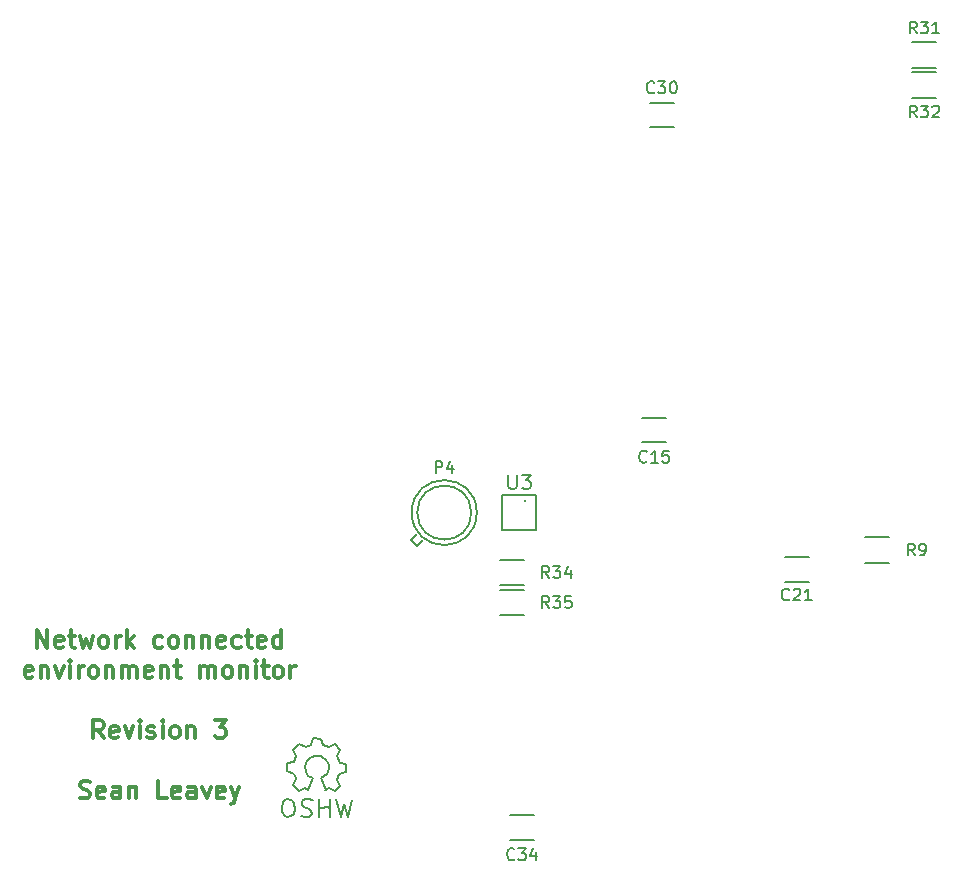
<source format=gbr>
G04 #@! TF.FileFunction,Legend,Top*
%FSLAX46Y46*%
G04 Gerber Fmt 4.6, Leading zero omitted, Abs format (unit mm)*
G04 Created by KiCad (PCBNEW 4.0.4+dfsg1-stable) date Sun Aug 20 17:41:52 2017*
%MOMM*%
%LPD*%
G01*
G04 APERTURE LIST*
%ADD10C,0.100000*%
%ADD11C,0.300000*%
%ADD12C,0.150000*%
%ADD13C,0.050000*%
G04 APERTURE END LIST*
D10*
D11*
X119218572Y-112413571D02*
X119218572Y-110913571D01*
X120075715Y-112413571D01*
X120075715Y-110913571D01*
X121361429Y-112342143D02*
X121218572Y-112413571D01*
X120932858Y-112413571D01*
X120790001Y-112342143D01*
X120718572Y-112199286D01*
X120718572Y-111627857D01*
X120790001Y-111485000D01*
X120932858Y-111413571D01*
X121218572Y-111413571D01*
X121361429Y-111485000D01*
X121432858Y-111627857D01*
X121432858Y-111770714D01*
X120718572Y-111913571D01*
X121861429Y-111413571D02*
X122432858Y-111413571D01*
X122075715Y-110913571D02*
X122075715Y-112199286D01*
X122147143Y-112342143D01*
X122290001Y-112413571D01*
X122432858Y-112413571D01*
X122790001Y-111413571D02*
X123075715Y-112413571D01*
X123361429Y-111699286D01*
X123647144Y-112413571D01*
X123932858Y-111413571D01*
X124718573Y-112413571D02*
X124575715Y-112342143D01*
X124504287Y-112270714D01*
X124432858Y-112127857D01*
X124432858Y-111699286D01*
X124504287Y-111556429D01*
X124575715Y-111485000D01*
X124718573Y-111413571D01*
X124932858Y-111413571D01*
X125075715Y-111485000D01*
X125147144Y-111556429D01*
X125218573Y-111699286D01*
X125218573Y-112127857D01*
X125147144Y-112270714D01*
X125075715Y-112342143D01*
X124932858Y-112413571D01*
X124718573Y-112413571D01*
X125861430Y-112413571D02*
X125861430Y-111413571D01*
X125861430Y-111699286D02*
X125932858Y-111556429D01*
X126004287Y-111485000D01*
X126147144Y-111413571D01*
X126290001Y-111413571D01*
X126790001Y-112413571D02*
X126790001Y-110913571D01*
X126932858Y-111842143D02*
X127361429Y-112413571D01*
X127361429Y-111413571D02*
X126790001Y-111985000D01*
X129790001Y-112342143D02*
X129647144Y-112413571D01*
X129361430Y-112413571D01*
X129218572Y-112342143D01*
X129147144Y-112270714D01*
X129075715Y-112127857D01*
X129075715Y-111699286D01*
X129147144Y-111556429D01*
X129218572Y-111485000D01*
X129361430Y-111413571D01*
X129647144Y-111413571D01*
X129790001Y-111485000D01*
X130647144Y-112413571D02*
X130504286Y-112342143D01*
X130432858Y-112270714D01*
X130361429Y-112127857D01*
X130361429Y-111699286D01*
X130432858Y-111556429D01*
X130504286Y-111485000D01*
X130647144Y-111413571D01*
X130861429Y-111413571D01*
X131004286Y-111485000D01*
X131075715Y-111556429D01*
X131147144Y-111699286D01*
X131147144Y-112127857D01*
X131075715Y-112270714D01*
X131004286Y-112342143D01*
X130861429Y-112413571D01*
X130647144Y-112413571D01*
X131790001Y-111413571D02*
X131790001Y-112413571D01*
X131790001Y-111556429D02*
X131861429Y-111485000D01*
X132004287Y-111413571D01*
X132218572Y-111413571D01*
X132361429Y-111485000D01*
X132432858Y-111627857D01*
X132432858Y-112413571D01*
X133147144Y-111413571D02*
X133147144Y-112413571D01*
X133147144Y-111556429D02*
X133218572Y-111485000D01*
X133361430Y-111413571D01*
X133575715Y-111413571D01*
X133718572Y-111485000D01*
X133790001Y-111627857D01*
X133790001Y-112413571D01*
X135075715Y-112342143D02*
X134932858Y-112413571D01*
X134647144Y-112413571D01*
X134504287Y-112342143D01*
X134432858Y-112199286D01*
X134432858Y-111627857D01*
X134504287Y-111485000D01*
X134647144Y-111413571D01*
X134932858Y-111413571D01*
X135075715Y-111485000D01*
X135147144Y-111627857D01*
X135147144Y-111770714D01*
X134432858Y-111913571D01*
X136432858Y-112342143D02*
X136290001Y-112413571D01*
X136004287Y-112413571D01*
X135861429Y-112342143D01*
X135790001Y-112270714D01*
X135718572Y-112127857D01*
X135718572Y-111699286D01*
X135790001Y-111556429D01*
X135861429Y-111485000D01*
X136004287Y-111413571D01*
X136290001Y-111413571D01*
X136432858Y-111485000D01*
X136861429Y-111413571D02*
X137432858Y-111413571D01*
X137075715Y-110913571D02*
X137075715Y-112199286D01*
X137147143Y-112342143D01*
X137290001Y-112413571D01*
X137432858Y-112413571D01*
X138504286Y-112342143D02*
X138361429Y-112413571D01*
X138075715Y-112413571D01*
X137932858Y-112342143D01*
X137861429Y-112199286D01*
X137861429Y-111627857D01*
X137932858Y-111485000D01*
X138075715Y-111413571D01*
X138361429Y-111413571D01*
X138504286Y-111485000D01*
X138575715Y-111627857D01*
X138575715Y-111770714D01*
X137861429Y-111913571D01*
X139861429Y-112413571D02*
X139861429Y-110913571D01*
X139861429Y-112342143D02*
X139718572Y-112413571D01*
X139432858Y-112413571D01*
X139290000Y-112342143D01*
X139218572Y-112270714D01*
X139147143Y-112127857D01*
X139147143Y-111699286D01*
X139218572Y-111556429D01*
X139290000Y-111485000D01*
X139432858Y-111413571D01*
X139718572Y-111413571D01*
X139861429Y-111485000D01*
X118790000Y-114892143D02*
X118647143Y-114963571D01*
X118361429Y-114963571D01*
X118218572Y-114892143D01*
X118147143Y-114749286D01*
X118147143Y-114177857D01*
X118218572Y-114035000D01*
X118361429Y-113963571D01*
X118647143Y-113963571D01*
X118790000Y-114035000D01*
X118861429Y-114177857D01*
X118861429Y-114320714D01*
X118147143Y-114463571D01*
X119504286Y-113963571D02*
X119504286Y-114963571D01*
X119504286Y-114106429D02*
X119575714Y-114035000D01*
X119718572Y-113963571D01*
X119932857Y-113963571D01*
X120075714Y-114035000D01*
X120147143Y-114177857D01*
X120147143Y-114963571D01*
X120718572Y-113963571D02*
X121075715Y-114963571D01*
X121432857Y-113963571D01*
X122004286Y-114963571D02*
X122004286Y-113963571D01*
X122004286Y-113463571D02*
X121932857Y-113535000D01*
X122004286Y-113606429D01*
X122075714Y-113535000D01*
X122004286Y-113463571D01*
X122004286Y-113606429D01*
X122718572Y-114963571D02*
X122718572Y-113963571D01*
X122718572Y-114249286D02*
X122790000Y-114106429D01*
X122861429Y-114035000D01*
X123004286Y-113963571D01*
X123147143Y-113963571D01*
X123861429Y-114963571D02*
X123718571Y-114892143D01*
X123647143Y-114820714D01*
X123575714Y-114677857D01*
X123575714Y-114249286D01*
X123647143Y-114106429D01*
X123718571Y-114035000D01*
X123861429Y-113963571D01*
X124075714Y-113963571D01*
X124218571Y-114035000D01*
X124290000Y-114106429D01*
X124361429Y-114249286D01*
X124361429Y-114677857D01*
X124290000Y-114820714D01*
X124218571Y-114892143D01*
X124075714Y-114963571D01*
X123861429Y-114963571D01*
X125004286Y-113963571D02*
X125004286Y-114963571D01*
X125004286Y-114106429D02*
X125075714Y-114035000D01*
X125218572Y-113963571D01*
X125432857Y-113963571D01*
X125575714Y-114035000D01*
X125647143Y-114177857D01*
X125647143Y-114963571D01*
X126361429Y-114963571D02*
X126361429Y-113963571D01*
X126361429Y-114106429D02*
X126432857Y-114035000D01*
X126575715Y-113963571D01*
X126790000Y-113963571D01*
X126932857Y-114035000D01*
X127004286Y-114177857D01*
X127004286Y-114963571D01*
X127004286Y-114177857D02*
X127075715Y-114035000D01*
X127218572Y-113963571D01*
X127432857Y-113963571D01*
X127575715Y-114035000D01*
X127647143Y-114177857D01*
X127647143Y-114963571D01*
X128932857Y-114892143D02*
X128790000Y-114963571D01*
X128504286Y-114963571D01*
X128361429Y-114892143D01*
X128290000Y-114749286D01*
X128290000Y-114177857D01*
X128361429Y-114035000D01*
X128504286Y-113963571D01*
X128790000Y-113963571D01*
X128932857Y-114035000D01*
X129004286Y-114177857D01*
X129004286Y-114320714D01*
X128290000Y-114463571D01*
X129647143Y-113963571D02*
X129647143Y-114963571D01*
X129647143Y-114106429D02*
X129718571Y-114035000D01*
X129861429Y-113963571D01*
X130075714Y-113963571D01*
X130218571Y-114035000D01*
X130290000Y-114177857D01*
X130290000Y-114963571D01*
X130790000Y-113963571D02*
X131361429Y-113963571D01*
X131004286Y-113463571D02*
X131004286Y-114749286D01*
X131075714Y-114892143D01*
X131218572Y-114963571D01*
X131361429Y-114963571D01*
X133004286Y-114963571D02*
X133004286Y-113963571D01*
X133004286Y-114106429D02*
X133075714Y-114035000D01*
X133218572Y-113963571D01*
X133432857Y-113963571D01*
X133575714Y-114035000D01*
X133647143Y-114177857D01*
X133647143Y-114963571D01*
X133647143Y-114177857D02*
X133718572Y-114035000D01*
X133861429Y-113963571D01*
X134075714Y-113963571D01*
X134218572Y-114035000D01*
X134290000Y-114177857D01*
X134290000Y-114963571D01*
X135218572Y-114963571D02*
X135075714Y-114892143D01*
X135004286Y-114820714D01*
X134932857Y-114677857D01*
X134932857Y-114249286D01*
X135004286Y-114106429D01*
X135075714Y-114035000D01*
X135218572Y-113963571D01*
X135432857Y-113963571D01*
X135575714Y-114035000D01*
X135647143Y-114106429D01*
X135718572Y-114249286D01*
X135718572Y-114677857D01*
X135647143Y-114820714D01*
X135575714Y-114892143D01*
X135432857Y-114963571D01*
X135218572Y-114963571D01*
X136361429Y-113963571D02*
X136361429Y-114963571D01*
X136361429Y-114106429D02*
X136432857Y-114035000D01*
X136575715Y-113963571D01*
X136790000Y-113963571D01*
X136932857Y-114035000D01*
X137004286Y-114177857D01*
X137004286Y-114963571D01*
X137718572Y-114963571D02*
X137718572Y-113963571D01*
X137718572Y-113463571D02*
X137647143Y-113535000D01*
X137718572Y-113606429D01*
X137790000Y-113535000D01*
X137718572Y-113463571D01*
X137718572Y-113606429D01*
X138218572Y-113963571D02*
X138790001Y-113963571D01*
X138432858Y-113463571D02*
X138432858Y-114749286D01*
X138504286Y-114892143D01*
X138647144Y-114963571D01*
X138790001Y-114963571D01*
X139504287Y-114963571D02*
X139361429Y-114892143D01*
X139290001Y-114820714D01*
X139218572Y-114677857D01*
X139218572Y-114249286D01*
X139290001Y-114106429D01*
X139361429Y-114035000D01*
X139504287Y-113963571D01*
X139718572Y-113963571D01*
X139861429Y-114035000D01*
X139932858Y-114106429D01*
X140004287Y-114249286D01*
X140004287Y-114677857D01*
X139932858Y-114820714D01*
X139861429Y-114892143D01*
X139718572Y-114963571D01*
X139504287Y-114963571D01*
X140647144Y-114963571D02*
X140647144Y-113963571D01*
X140647144Y-114249286D02*
X140718572Y-114106429D01*
X140790001Y-114035000D01*
X140932858Y-113963571D01*
X141075715Y-113963571D01*
X124825715Y-120063571D02*
X124325715Y-119349286D01*
X123968572Y-120063571D02*
X123968572Y-118563571D01*
X124540000Y-118563571D01*
X124682858Y-118635000D01*
X124754286Y-118706429D01*
X124825715Y-118849286D01*
X124825715Y-119063571D01*
X124754286Y-119206429D01*
X124682858Y-119277857D01*
X124540000Y-119349286D01*
X123968572Y-119349286D01*
X126040000Y-119992143D02*
X125897143Y-120063571D01*
X125611429Y-120063571D01*
X125468572Y-119992143D01*
X125397143Y-119849286D01*
X125397143Y-119277857D01*
X125468572Y-119135000D01*
X125611429Y-119063571D01*
X125897143Y-119063571D01*
X126040000Y-119135000D01*
X126111429Y-119277857D01*
X126111429Y-119420714D01*
X125397143Y-119563571D01*
X126611429Y-119063571D02*
X126968572Y-120063571D01*
X127325714Y-119063571D01*
X127897143Y-120063571D02*
X127897143Y-119063571D01*
X127897143Y-118563571D02*
X127825714Y-118635000D01*
X127897143Y-118706429D01*
X127968571Y-118635000D01*
X127897143Y-118563571D01*
X127897143Y-118706429D01*
X128540000Y-119992143D02*
X128682857Y-120063571D01*
X128968572Y-120063571D01*
X129111429Y-119992143D01*
X129182857Y-119849286D01*
X129182857Y-119777857D01*
X129111429Y-119635000D01*
X128968572Y-119563571D01*
X128754286Y-119563571D01*
X128611429Y-119492143D01*
X128540000Y-119349286D01*
X128540000Y-119277857D01*
X128611429Y-119135000D01*
X128754286Y-119063571D01*
X128968572Y-119063571D01*
X129111429Y-119135000D01*
X129825715Y-120063571D02*
X129825715Y-119063571D01*
X129825715Y-118563571D02*
X129754286Y-118635000D01*
X129825715Y-118706429D01*
X129897143Y-118635000D01*
X129825715Y-118563571D01*
X129825715Y-118706429D01*
X130754287Y-120063571D02*
X130611429Y-119992143D01*
X130540001Y-119920714D01*
X130468572Y-119777857D01*
X130468572Y-119349286D01*
X130540001Y-119206429D01*
X130611429Y-119135000D01*
X130754287Y-119063571D01*
X130968572Y-119063571D01*
X131111429Y-119135000D01*
X131182858Y-119206429D01*
X131254287Y-119349286D01*
X131254287Y-119777857D01*
X131182858Y-119920714D01*
X131111429Y-119992143D01*
X130968572Y-120063571D01*
X130754287Y-120063571D01*
X131897144Y-119063571D02*
X131897144Y-120063571D01*
X131897144Y-119206429D02*
X131968572Y-119135000D01*
X132111430Y-119063571D01*
X132325715Y-119063571D01*
X132468572Y-119135000D01*
X132540001Y-119277857D01*
X132540001Y-120063571D01*
X134254287Y-118563571D02*
X135182858Y-118563571D01*
X134682858Y-119135000D01*
X134897144Y-119135000D01*
X135040001Y-119206429D01*
X135111430Y-119277857D01*
X135182858Y-119420714D01*
X135182858Y-119777857D01*
X135111430Y-119920714D01*
X135040001Y-119992143D01*
X134897144Y-120063571D01*
X134468572Y-120063571D01*
X134325715Y-119992143D01*
X134254287Y-119920714D01*
X122825715Y-125092143D02*
X123040001Y-125163571D01*
X123397144Y-125163571D01*
X123540001Y-125092143D01*
X123611430Y-125020714D01*
X123682858Y-124877857D01*
X123682858Y-124735000D01*
X123611430Y-124592143D01*
X123540001Y-124520714D01*
X123397144Y-124449286D01*
X123111430Y-124377857D01*
X122968572Y-124306429D01*
X122897144Y-124235000D01*
X122825715Y-124092143D01*
X122825715Y-123949286D01*
X122897144Y-123806429D01*
X122968572Y-123735000D01*
X123111430Y-123663571D01*
X123468572Y-123663571D01*
X123682858Y-123735000D01*
X124897143Y-125092143D02*
X124754286Y-125163571D01*
X124468572Y-125163571D01*
X124325715Y-125092143D01*
X124254286Y-124949286D01*
X124254286Y-124377857D01*
X124325715Y-124235000D01*
X124468572Y-124163571D01*
X124754286Y-124163571D01*
X124897143Y-124235000D01*
X124968572Y-124377857D01*
X124968572Y-124520714D01*
X124254286Y-124663571D01*
X126254286Y-125163571D02*
X126254286Y-124377857D01*
X126182857Y-124235000D01*
X126040000Y-124163571D01*
X125754286Y-124163571D01*
X125611429Y-124235000D01*
X126254286Y-125092143D02*
X126111429Y-125163571D01*
X125754286Y-125163571D01*
X125611429Y-125092143D01*
X125540000Y-124949286D01*
X125540000Y-124806429D01*
X125611429Y-124663571D01*
X125754286Y-124592143D01*
X126111429Y-124592143D01*
X126254286Y-124520714D01*
X126968572Y-124163571D02*
X126968572Y-125163571D01*
X126968572Y-124306429D02*
X127040000Y-124235000D01*
X127182858Y-124163571D01*
X127397143Y-124163571D01*
X127540000Y-124235000D01*
X127611429Y-124377857D01*
X127611429Y-125163571D01*
X130182858Y-125163571D02*
X129468572Y-125163571D01*
X129468572Y-123663571D01*
X131254286Y-125092143D02*
X131111429Y-125163571D01*
X130825715Y-125163571D01*
X130682858Y-125092143D01*
X130611429Y-124949286D01*
X130611429Y-124377857D01*
X130682858Y-124235000D01*
X130825715Y-124163571D01*
X131111429Y-124163571D01*
X131254286Y-124235000D01*
X131325715Y-124377857D01*
X131325715Y-124520714D01*
X130611429Y-124663571D01*
X132611429Y-125163571D02*
X132611429Y-124377857D01*
X132540000Y-124235000D01*
X132397143Y-124163571D01*
X132111429Y-124163571D01*
X131968572Y-124235000D01*
X132611429Y-125092143D02*
X132468572Y-125163571D01*
X132111429Y-125163571D01*
X131968572Y-125092143D01*
X131897143Y-124949286D01*
X131897143Y-124806429D01*
X131968572Y-124663571D01*
X132111429Y-124592143D01*
X132468572Y-124592143D01*
X132611429Y-124520714D01*
X133182858Y-124163571D02*
X133540001Y-125163571D01*
X133897143Y-124163571D01*
X135040000Y-125092143D02*
X134897143Y-125163571D01*
X134611429Y-125163571D01*
X134468572Y-125092143D01*
X134397143Y-124949286D01*
X134397143Y-124377857D01*
X134468572Y-124235000D01*
X134611429Y-124163571D01*
X134897143Y-124163571D01*
X135040000Y-124235000D01*
X135111429Y-124377857D01*
X135111429Y-124520714D01*
X134397143Y-124663571D01*
X135611429Y-124163571D02*
X135968572Y-125163571D01*
X136325714Y-124163571D02*
X135968572Y-125163571D01*
X135825714Y-125520714D01*
X135754286Y-125592143D01*
X135611429Y-125663571D01*
D12*
X170450000Y-95005000D02*
X172450000Y-95005000D01*
X172450000Y-92955000D02*
X170450000Y-92955000D01*
X184515000Y-104766000D02*
X182515000Y-104766000D01*
X182515000Y-106816000D02*
X184515000Y-106816000D01*
X173085000Y-66285000D02*
X171085000Y-66285000D01*
X171085000Y-68335000D02*
X173085000Y-68335000D01*
X159250000Y-128660000D02*
X161250000Y-128660000D01*
X161250000Y-126610000D02*
X159250000Y-126610000D01*
X150876000Y-103251000D02*
X151384000Y-102743000D01*
X151892000Y-103251000D02*
X151384000Y-103759000D01*
X151384000Y-103759000D02*
X150876000Y-103251000D01*
X155956000Y-100965000D02*
G75*
G03X155956000Y-100965000I-2286000J0D01*
G01*
X156420000Y-100965000D02*
G75*
G03X156420000Y-100965000I-2750000J0D01*
G01*
X191320000Y-105215000D02*
X189320000Y-105215000D01*
X189320000Y-103065000D02*
X191320000Y-103065000D01*
X195310000Y-63305000D02*
X193310000Y-63305000D01*
X193310000Y-61155000D02*
X195310000Y-61155000D01*
X195310000Y-65845000D02*
X193310000Y-65845000D01*
X193310000Y-63695000D02*
X195310000Y-63695000D01*
X160385000Y-107120000D02*
X158385000Y-107120000D01*
X158385000Y-104970000D02*
X160385000Y-104970000D01*
X160385000Y-109660000D02*
X158385000Y-109660000D01*
X158385000Y-107510000D02*
X160385000Y-107510000D01*
D13*
X160623078Y-99990000D02*
G75*
G03X160623078Y-99990000I-103078J0D01*
G01*
D12*
X158570000Y-99515000D02*
X158570000Y-102415000D01*
X158570000Y-102415000D02*
X161470000Y-102415000D01*
X161470000Y-102415000D02*
X161470000Y-99515000D01*
X161470000Y-99515000D02*
X158570000Y-99515000D01*
X144543780Y-125244860D02*
X144904460Y-126715520D01*
X144904460Y-126715520D02*
X145183860Y-125653800D01*
X145183860Y-125653800D02*
X145493740Y-126725680D01*
X145493740Y-126725680D02*
X145834100Y-125275340D01*
X143123920Y-125935740D02*
X143913860Y-125925580D01*
X143913860Y-125925580D02*
X143924020Y-125935740D01*
X143924020Y-125935740D02*
X143924020Y-125925580D01*
X143964660Y-125214380D02*
X143964660Y-126756160D01*
X143075660Y-125204220D02*
X143075660Y-126773940D01*
X143075660Y-126773940D02*
X143085820Y-126763780D01*
X142524480Y-125305820D02*
X142173960Y-125224540D01*
X142173960Y-125224540D02*
X141853920Y-125214380D01*
X141853920Y-125214380D02*
X141615160Y-125415040D01*
X141615160Y-125415040D02*
X141584680Y-125684280D01*
X141584680Y-125684280D02*
X141825980Y-125925580D01*
X141825980Y-125925580D02*
X142214600Y-126055120D01*
X142214600Y-126055120D02*
X142394940Y-126215140D01*
X142394940Y-126215140D02*
X142435580Y-126514860D01*
X142435580Y-126514860D02*
X142204440Y-126735840D01*
X142204440Y-126735840D02*
X141884400Y-126763780D01*
X141884400Y-126763780D02*
X141533880Y-126654560D01*
X140495020Y-125204220D02*
X140246100Y-125224540D01*
X140246100Y-125224540D02*
X140004800Y-125465840D01*
X140004800Y-125465840D02*
X139915900Y-125956060D01*
X139915900Y-125956060D02*
X139943840Y-126304040D01*
X139943840Y-126304040D02*
X140144500Y-126624080D01*
X140144500Y-126624080D02*
X140395960Y-126746000D01*
X140395960Y-126746000D02*
X140705840Y-126674880D01*
X140705840Y-126674880D02*
X140924280Y-126494540D01*
X140924280Y-126494540D02*
X140995400Y-126034800D01*
X140995400Y-126034800D02*
X140944600Y-125625860D01*
X140944600Y-125625860D02*
X140835380Y-125343920D01*
X140835380Y-125343920D02*
X140474700Y-125214380D01*
X141094460Y-123484640D02*
X140835380Y-124045980D01*
X140835380Y-124045980D02*
X141373860Y-124564140D01*
X141373860Y-124564140D02*
X141894560Y-124294900D01*
X141894560Y-124294900D02*
X142173960Y-124454920D01*
X143614140Y-124434600D02*
X143944340Y-124244100D01*
X143944340Y-124244100D02*
X144383760Y-124574300D01*
X144383760Y-124574300D02*
X144856200Y-124084080D01*
X144856200Y-124084080D02*
X144574260Y-123604020D01*
X144574260Y-123604020D02*
X144764760Y-123134120D01*
X144764760Y-123134120D02*
X145374360Y-122946160D01*
X145374360Y-122946160D02*
X145374360Y-122265440D01*
X145374360Y-122265440D02*
X144815560Y-122125740D01*
X144815560Y-122125740D02*
X144614900Y-121554240D01*
X144614900Y-121554240D02*
X144884140Y-121084340D01*
X144884140Y-121084340D02*
X144414240Y-120573800D01*
X144414240Y-120573800D02*
X143896080Y-120835420D01*
X143896080Y-120835420D02*
X143426180Y-120634760D01*
X143426180Y-120634760D02*
X143256000Y-120093740D01*
X143256000Y-120093740D02*
X142565120Y-120075960D01*
X142565120Y-120075960D02*
X142354300Y-120624600D01*
X142354300Y-120624600D02*
X141935200Y-120794780D01*
X141935200Y-120794780D02*
X141384020Y-120525540D01*
X141384020Y-120525540D02*
X140865860Y-121053860D01*
X140865860Y-121053860D02*
X141114780Y-121594880D01*
X141114780Y-121594880D02*
X140944600Y-122074940D01*
X140944600Y-122074940D02*
X140395960Y-122174000D01*
X140395960Y-122174000D02*
X140385800Y-122875040D01*
X140385800Y-122875040D02*
X140944600Y-123075700D01*
X140944600Y-123075700D02*
X141084300Y-123474480D01*
X143225520Y-123454160D02*
X143525240Y-123304300D01*
X143525240Y-123304300D02*
X143725900Y-123106180D01*
X143725900Y-123106180D02*
X143875760Y-122704860D01*
X143875760Y-122704860D02*
X143875760Y-122306080D01*
X143875760Y-122306080D02*
X143725900Y-121955560D01*
X143725900Y-121955560D02*
X143273780Y-121605040D01*
X143273780Y-121605040D02*
X142824200Y-121554240D01*
X142824200Y-121554240D02*
X142425420Y-121655840D01*
X142425420Y-121655840D02*
X142024100Y-122003820D01*
X142024100Y-122003820D02*
X141874240Y-122455940D01*
X141874240Y-122455940D02*
X141925040Y-122953780D01*
X141925040Y-122953780D02*
X142173960Y-123256040D01*
X142173960Y-123256040D02*
X142524480Y-123454160D01*
X142524480Y-123454160D02*
X142173960Y-124454920D01*
X143225520Y-123454160D02*
X143624300Y-124454920D01*
X170807143Y-96637143D02*
X170759524Y-96684762D01*
X170616667Y-96732381D01*
X170521429Y-96732381D01*
X170378571Y-96684762D01*
X170283333Y-96589524D01*
X170235714Y-96494286D01*
X170188095Y-96303810D01*
X170188095Y-96160952D01*
X170235714Y-95970476D01*
X170283333Y-95875238D01*
X170378571Y-95780000D01*
X170521429Y-95732381D01*
X170616667Y-95732381D01*
X170759524Y-95780000D01*
X170807143Y-95827619D01*
X171759524Y-96732381D02*
X171188095Y-96732381D01*
X171473809Y-96732381D02*
X171473809Y-95732381D01*
X171378571Y-95875238D01*
X171283333Y-95970476D01*
X171188095Y-96018095D01*
X172664286Y-95732381D02*
X172188095Y-95732381D01*
X172140476Y-96208571D01*
X172188095Y-96160952D01*
X172283333Y-96113333D01*
X172521429Y-96113333D01*
X172616667Y-96160952D01*
X172664286Y-96208571D01*
X172711905Y-96303810D01*
X172711905Y-96541905D01*
X172664286Y-96637143D01*
X172616667Y-96684762D01*
X172521429Y-96732381D01*
X172283333Y-96732381D01*
X172188095Y-96684762D01*
X172140476Y-96637143D01*
X182872143Y-108307143D02*
X182824524Y-108354762D01*
X182681667Y-108402381D01*
X182586429Y-108402381D01*
X182443571Y-108354762D01*
X182348333Y-108259524D01*
X182300714Y-108164286D01*
X182253095Y-107973810D01*
X182253095Y-107830952D01*
X182300714Y-107640476D01*
X182348333Y-107545238D01*
X182443571Y-107450000D01*
X182586429Y-107402381D01*
X182681667Y-107402381D01*
X182824524Y-107450000D01*
X182872143Y-107497619D01*
X183253095Y-107497619D02*
X183300714Y-107450000D01*
X183395952Y-107402381D01*
X183634048Y-107402381D01*
X183729286Y-107450000D01*
X183776905Y-107497619D01*
X183824524Y-107592857D01*
X183824524Y-107688095D01*
X183776905Y-107830952D01*
X183205476Y-108402381D01*
X183824524Y-108402381D01*
X184776905Y-108402381D02*
X184205476Y-108402381D01*
X184491190Y-108402381D02*
X184491190Y-107402381D01*
X184395952Y-107545238D01*
X184300714Y-107640476D01*
X184205476Y-107688095D01*
X171442143Y-65367143D02*
X171394524Y-65414762D01*
X171251667Y-65462381D01*
X171156429Y-65462381D01*
X171013571Y-65414762D01*
X170918333Y-65319524D01*
X170870714Y-65224286D01*
X170823095Y-65033810D01*
X170823095Y-64890952D01*
X170870714Y-64700476D01*
X170918333Y-64605238D01*
X171013571Y-64510000D01*
X171156429Y-64462381D01*
X171251667Y-64462381D01*
X171394524Y-64510000D01*
X171442143Y-64557619D01*
X171775476Y-64462381D02*
X172394524Y-64462381D01*
X172061190Y-64843333D01*
X172204048Y-64843333D01*
X172299286Y-64890952D01*
X172346905Y-64938571D01*
X172394524Y-65033810D01*
X172394524Y-65271905D01*
X172346905Y-65367143D01*
X172299286Y-65414762D01*
X172204048Y-65462381D01*
X171918333Y-65462381D01*
X171823095Y-65414762D01*
X171775476Y-65367143D01*
X173013571Y-64462381D02*
X173108810Y-64462381D01*
X173204048Y-64510000D01*
X173251667Y-64557619D01*
X173299286Y-64652857D01*
X173346905Y-64843333D01*
X173346905Y-65081429D01*
X173299286Y-65271905D01*
X173251667Y-65367143D01*
X173204048Y-65414762D01*
X173108810Y-65462381D01*
X173013571Y-65462381D01*
X172918333Y-65414762D01*
X172870714Y-65367143D01*
X172823095Y-65271905D01*
X172775476Y-65081429D01*
X172775476Y-64843333D01*
X172823095Y-64652857D01*
X172870714Y-64557619D01*
X172918333Y-64510000D01*
X173013571Y-64462381D01*
X159607143Y-130292143D02*
X159559524Y-130339762D01*
X159416667Y-130387381D01*
X159321429Y-130387381D01*
X159178571Y-130339762D01*
X159083333Y-130244524D01*
X159035714Y-130149286D01*
X158988095Y-129958810D01*
X158988095Y-129815952D01*
X159035714Y-129625476D01*
X159083333Y-129530238D01*
X159178571Y-129435000D01*
X159321429Y-129387381D01*
X159416667Y-129387381D01*
X159559524Y-129435000D01*
X159607143Y-129482619D01*
X159940476Y-129387381D02*
X160559524Y-129387381D01*
X160226190Y-129768333D01*
X160369048Y-129768333D01*
X160464286Y-129815952D01*
X160511905Y-129863571D01*
X160559524Y-129958810D01*
X160559524Y-130196905D01*
X160511905Y-130292143D01*
X160464286Y-130339762D01*
X160369048Y-130387381D01*
X160083333Y-130387381D01*
X159988095Y-130339762D01*
X159940476Y-130292143D01*
X161416667Y-129720714D02*
X161416667Y-130387381D01*
X161178571Y-129339762D02*
X160940476Y-130054048D01*
X161559524Y-130054048D01*
X152931905Y-97607381D02*
X152931905Y-96607381D01*
X153312858Y-96607381D01*
X153408096Y-96655000D01*
X153455715Y-96702619D01*
X153503334Y-96797857D01*
X153503334Y-96940714D01*
X153455715Y-97035952D01*
X153408096Y-97083571D01*
X153312858Y-97131190D01*
X152931905Y-97131190D01*
X154360477Y-96940714D02*
X154360477Y-97607381D01*
X154122381Y-96559762D02*
X153884286Y-97274048D01*
X154503334Y-97274048D01*
X193508334Y-104592381D02*
X193175000Y-104116190D01*
X192936905Y-104592381D02*
X192936905Y-103592381D01*
X193317858Y-103592381D01*
X193413096Y-103640000D01*
X193460715Y-103687619D01*
X193508334Y-103782857D01*
X193508334Y-103925714D01*
X193460715Y-104020952D01*
X193413096Y-104068571D01*
X193317858Y-104116190D01*
X192936905Y-104116190D01*
X193984524Y-104592381D02*
X194175000Y-104592381D01*
X194270239Y-104544762D01*
X194317858Y-104497143D01*
X194413096Y-104354286D01*
X194460715Y-104163810D01*
X194460715Y-103782857D01*
X194413096Y-103687619D01*
X194365477Y-103640000D01*
X194270239Y-103592381D01*
X194079762Y-103592381D01*
X193984524Y-103640000D01*
X193936905Y-103687619D01*
X193889286Y-103782857D01*
X193889286Y-104020952D01*
X193936905Y-104116190D01*
X193984524Y-104163810D01*
X194079762Y-104211429D01*
X194270239Y-104211429D01*
X194365477Y-104163810D01*
X194413096Y-104116190D01*
X194460715Y-104020952D01*
X193667143Y-60396381D02*
X193333809Y-59920190D01*
X193095714Y-60396381D02*
X193095714Y-59396381D01*
X193476667Y-59396381D01*
X193571905Y-59444000D01*
X193619524Y-59491619D01*
X193667143Y-59586857D01*
X193667143Y-59729714D01*
X193619524Y-59824952D01*
X193571905Y-59872571D01*
X193476667Y-59920190D01*
X193095714Y-59920190D01*
X194000476Y-59396381D02*
X194619524Y-59396381D01*
X194286190Y-59777333D01*
X194429048Y-59777333D01*
X194524286Y-59824952D01*
X194571905Y-59872571D01*
X194619524Y-59967810D01*
X194619524Y-60205905D01*
X194571905Y-60301143D01*
X194524286Y-60348762D01*
X194429048Y-60396381D01*
X194143333Y-60396381D01*
X194048095Y-60348762D01*
X194000476Y-60301143D01*
X195571905Y-60396381D02*
X195000476Y-60396381D01*
X195286190Y-60396381D02*
X195286190Y-59396381D01*
X195190952Y-59539238D01*
X195095714Y-59634476D01*
X195000476Y-59682095D01*
X193667143Y-67508381D02*
X193333809Y-67032190D01*
X193095714Y-67508381D02*
X193095714Y-66508381D01*
X193476667Y-66508381D01*
X193571905Y-66556000D01*
X193619524Y-66603619D01*
X193667143Y-66698857D01*
X193667143Y-66841714D01*
X193619524Y-66936952D01*
X193571905Y-66984571D01*
X193476667Y-67032190D01*
X193095714Y-67032190D01*
X194000476Y-66508381D02*
X194619524Y-66508381D01*
X194286190Y-66889333D01*
X194429048Y-66889333D01*
X194524286Y-66936952D01*
X194571905Y-66984571D01*
X194619524Y-67079810D01*
X194619524Y-67317905D01*
X194571905Y-67413143D01*
X194524286Y-67460762D01*
X194429048Y-67508381D01*
X194143333Y-67508381D01*
X194048095Y-67460762D01*
X194000476Y-67413143D01*
X195000476Y-66603619D02*
X195048095Y-66556000D01*
X195143333Y-66508381D01*
X195381429Y-66508381D01*
X195476667Y-66556000D01*
X195524286Y-66603619D01*
X195571905Y-66698857D01*
X195571905Y-66794095D01*
X195524286Y-66936952D01*
X194952857Y-67508381D01*
X195571905Y-67508381D01*
X162552143Y-106497381D02*
X162218809Y-106021190D01*
X161980714Y-106497381D02*
X161980714Y-105497381D01*
X162361667Y-105497381D01*
X162456905Y-105545000D01*
X162504524Y-105592619D01*
X162552143Y-105687857D01*
X162552143Y-105830714D01*
X162504524Y-105925952D01*
X162456905Y-105973571D01*
X162361667Y-106021190D01*
X161980714Y-106021190D01*
X162885476Y-105497381D02*
X163504524Y-105497381D01*
X163171190Y-105878333D01*
X163314048Y-105878333D01*
X163409286Y-105925952D01*
X163456905Y-105973571D01*
X163504524Y-106068810D01*
X163504524Y-106306905D01*
X163456905Y-106402143D01*
X163409286Y-106449762D01*
X163314048Y-106497381D01*
X163028333Y-106497381D01*
X162933095Y-106449762D01*
X162885476Y-106402143D01*
X164361667Y-105830714D02*
X164361667Y-106497381D01*
X164123571Y-105449762D02*
X163885476Y-106164048D01*
X164504524Y-106164048D01*
X162552143Y-109037381D02*
X162218809Y-108561190D01*
X161980714Y-109037381D02*
X161980714Y-108037381D01*
X162361667Y-108037381D01*
X162456905Y-108085000D01*
X162504524Y-108132619D01*
X162552143Y-108227857D01*
X162552143Y-108370714D01*
X162504524Y-108465952D01*
X162456905Y-108513571D01*
X162361667Y-108561190D01*
X161980714Y-108561190D01*
X162885476Y-108037381D02*
X163504524Y-108037381D01*
X163171190Y-108418333D01*
X163314048Y-108418333D01*
X163409286Y-108465952D01*
X163456905Y-108513571D01*
X163504524Y-108608810D01*
X163504524Y-108846905D01*
X163456905Y-108942143D01*
X163409286Y-108989762D01*
X163314048Y-109037381D01*
X163028333Y-109037381D01*
X162933095Y-108989762D01*
X162885476Y-108942143D01*
X164409286Y-108037381D02*
X163933095Y-108037381D01*
X163885476Y-108513571D01*
X163933095Y-108465952D01*
X164028333Y-108418333D01*
X164266429Y-108418333D01*
X164361667Y-108465952D01*
X164409286Y-108513571D01*
X164456905Y-108608810D01*
X164456905Y-108846905D01*
X164409286Y-108942143D01*
X164361667Y-108989762D01*
X164266429Y-109037381D01*
X164028333Y-109037381D01*
X163933095Y-108989762D01*
X163885476Y-108942143D01*
X159105714Y-97767857D02*
X159105714Y-98739286D01*
X159162857Y-98853571D01*
X159220000Y-98910714D01*
X159334286Y-98967857D01*
X159562857Y-98967857D01*
X159677143Y-98910714D01*
X159734286Y-98853571D01*
X159791429Y-98739286D01*
X159791429Y-97767857D01*
X160248572Y-97767857D02*
X160991429Y-97767857D01*
X160591429Y-98225000D01*
X160762857Y-98225000D01*
X160877143Y-98282143D01*
X160934286Y-98339286D01*
X160991429Y-98453571D01*
X160991429Y-98739286D01*
X160934286Y-98853571D01*
X160877143Y-98910714D01*
X160762857Y-98967857D01*
X160420000Y-98967857D01*
X160305714Y-98910714D01*
X160248572Y-98853571D01*
M02*

</source>
